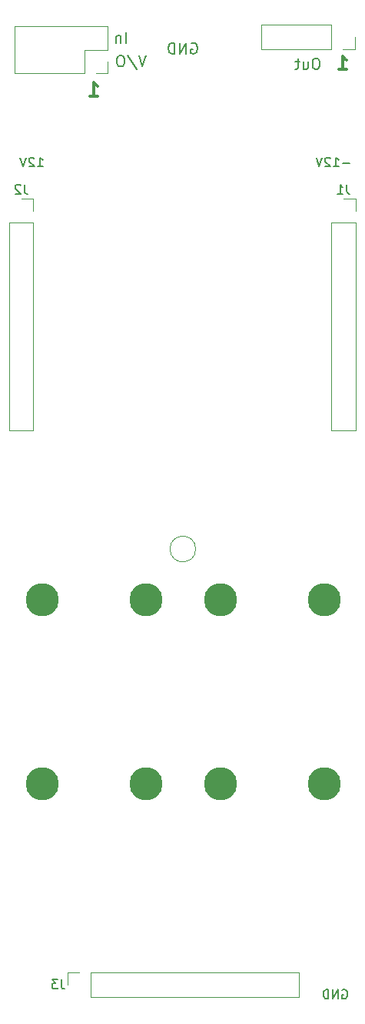
<source format=gbr>
%TF.GenerationSoftware,KiCad,Pcbnew,(6.0.11)*%
%TF.CreationDate,2023-03-01T18:26:33+00:00*%
%TF.ProjectId,Quilter_Controls,5175696c-7465-4725-9f43-6f6e74726f6c,rev?*%
%TF.SameCoordinates,Original*%
%TF.FileFunction,Legend,Bot*%
%TF.FilePolarity,Positive*%
%FSLAX46Y46*%
G04 Gerber Fmt 4.6, Leading zero omitted, Abs format (unit mm)*
G04 Created by KiCad (PCBNEW (6.0.11)) date 2023-03-01 18:26:33*
%MOMM*%
%LPD*%
G01*
G04 APERTURE LIST*
%ADD10C,0.200000*%
%ADD11C,0.300000*%
%ADD12C,0.150000*%
%ADD13C,0.120000*%
%ADD14C,3.650000*%
G04 APERTURE END LIST*
D10*
X85000000Y-46042857D02*
X84771428Y-46042857D01*
X84657142Y-46100000D01*
X84542857Y-46214285D01*
X84485714Y-46442857D01*
X84485714Y-46842857D01*
X84542857Y-47071428D01*
X84657142Y-47185714D01*
X84771428Y-47242857D01*
X85000000Y-47242857D01*
X85114285Y-47185714D01*
X85228571Y-47071428D01*
X85285714Y-46842857D01*
X85285714Y-46442857D01*
X85228571Y-46214285D01*
X85114285Y-46100000D01*
X85000000Y-46042857D01*
X83457142Y-46442857D02*
X83457142Y-47242857D01*
X83971428Y-46442857D02*
X83971428Y-47071428D01*
X83914285Y-47185714D01*
X83800000Y-47242857D01*
X83628571Y-47242857D01*
X83514285Y-47185714D01*
X83457142Y-47128571D01*
X83057142Y-46442857D02*
X82600000Y-46442857D01*
X82885714Y-46042857D02*
X82885714Y-47071428D01*
X82828571Y-47185714D01*
X82714285Y-47242857D01*
X82600000Y-47242857D01*
X71114285Y-44400000D02*
X71228571Y-44342857D01*
X71400000Y-44342857D01*
X71571428Y-44400000D01*
X71685714Y-44514285D01*
X71742857Y-44628571D01*
X71800000Y-44857142D01*
X71800000Y-45028571D01*
X71742857Y-45257142D01*
X71685714Y-45371428D01*
X71571428Y-45485714D01*
X71400000Y-45542857D01*
X71285714Y-45542857D01*
X71114285Y-45485714D01*
X71057142Y-45428571D01*
X71057142Y-45028571D01*
X71285714Y-45028571D01*
X70542857Y-45542857D02*
X70542857Y-44342857D01*
X69857142Y-45542857D01*
X69857142Y-44342857D01*
X69285714Y-45542857D02*
X69285714Y-44342857D01*
X69000000Y-44342857D01*
X68828571Y-44400000D01*
X68714285Y-44514285D01*
X68657142Y-44628571D01*
X68600000Y-44857142D01*
X68600000Y-45028571D01*
X68657142Y-45257142D01*
X68714285Y-45371428D01*
X68828571Y-45485714D01*
X69000000Y-45542857D01*
X69285714Y-45542857D01*
X63942857Y-44342857D02*
X63942857Y-43142857D01*
X63371428Y-43542857D02*
X63371428Y-44342857D01*
X63371428Y-43657142D02*
X63314285Y-43600000D01*
X63200000Y-43542857D01*
X63028571Y-43542857D01*
X62914285Y-43600000D01*
X62857142Y-43714285D01*
X62857142Y-44342857D01*
X87761904Y-148500000D02*
X87857142Y-148452380D01*
X88000000Y-148452380D01*
X88142857Y-148500000D01*
X88238095Y-148595238D01*
X88285714Y-148690476D01*
X88333333Y-148880952D01*
X88333333Y-149023809D01*
X88285714Y-149214285D01*
X88238095Y-149309523D01*
X88142857Y-149404761D01*
X88000000Y-149452380D01*
X87904761Y-149452380D01*
X87761904Y-149404761D01*
X87714285Y-149357142D01*
X87714285Y-149023809D01*
X87904761Y-149023809D01*
X87285714Y-149452380D02*
X87285714Y-148452380D01*
X86714285Y-149452380D01*
X86714285Y-148452380D01*
X86238095Y-149452380D02*
X86238095Y-148452380D01*
X86000000Y-148452380D01*
X85857142Y-148500000D01*
X85761904Y-148595238D01*
X85714285Y-148690476D01*
X85666666Y-148880952D01*
X85666666Y-149023809D01*
X85714285Y-149214285D01*
X85761904Y-149309523D01*
X85857142Y-149404761D01*
X86000000Y-149452380D01*
X86238095Y-149452380D01*
D11*
X59971428Y-50178571D02*
X60828571Y-50178571D01*
X60400000Y-50178571D02*
X60400000Y-48678571D01*
X60542857Y-48892857D01*
X60685714Y-49035714D01*
X60828571Y-49107142D01*
D10*
X54199999Y-57952380D02*
X54771428Y-57952380D01*
X54485713Y-57952380D02*
X54485713Y-56952380D01*
X54580952Y-57095238D01*
X54676190Y-57190476D01*
X54771428Y-57238095D01*
X53819047Y-57047619D02*
X53771428Y-57000000D01*
X53676190Y-56952380D01*
X53438094Y-56952380D01*
X53342856Y-57000000D01*
X53295237Y-57047619D01*
X53247618Y-57142857D01*
X53247618Y-57238095D01*
X53295237Y-57380952D01*
X53866666Y-57952380D01*
X53247618Y-57952380D01*
X52961904Y-56952380D02*
X52628571Y-57952380D01*
X52295237Y-56952380D01*
D11*
X87371428Y-47278571D02*
X88228571Y-47278571D01*
X87800000Y-47278571D02*
X87800000Y-45778571D01*
X87942857Y-45992857D01*
X88085714Y-46135714D01*
X88228571Y-46207142D01*
D10*
X66157142Y-45742857D02*
X65757142Y-46942857D01*
X65357142Y-45742857D01*
X64100000Y-45685714D02*
X65128571Y-47228571D01*
X63471428Y-45742857D02*
X63242857Y-45742857D01*
X63128571Y-45800000D01*
X63014285Y-45914285D01*
X62957142Y-46142857D01*
X62957142Y-46542857D01*
X63014285Y-46771428D01*
X63128571Y-46885714D01*
X63242857Y-46942857D01*
X63471428Y-46942857D01*
X63585714Y-46885714D01*
X63700000Y-46771428D01*
X63757142Y-46542857D01*
X63757142Y-46142857D01*
X63700000Y-45914285D01*
X63585714Y-45800000D01*
X63471428Y-45742857D01*
X88561904Y-57571428D02*
X87800000Y-57571428D01*
X86800000Y-57952380D02*
X87371428Y-57952380D01*
X87085714Y-57952380D02*
X87085714Y-56952380D01*
X87180952Y-57095238D01*
X87276190Y-57190476D01*
X87371428Y-57238095D01*
X86419047Y-57047619D02*
X86371428Y-57000000D01*
X86276190Y-56952380D01*
X86038095Y-56952380D01*
X85942857Y-57000000D01*
X85895238Y-57047619D01*
X85847619Y-57142857D01*
X85847619Y-57238095D01*
X85895238Y-57380952D01*
X86466666Y-57952380D01*
X85847619Y-57952380D01*
X85561904Y-56952380D02*
X85228571Y-57952380D01*
X84895238Y-56952380D01*
D12*
%TO.C,J3*%
X56803333Y-147352380D02*
X56803333Y-148066666D01*
X56850952Y-148209523D01*
X56946190Y-148304761D01*
X57089047Y-148352380D01*
X57184285Y-148352380D01*
X56422380Y-147352380D02*
X55803333Y-147352380D01*
X56136666Y-147733333D01*
X55993809Y-147733333D01*
X55898571Y-147780952D01*
X55850952Y-147828571D01*
X55803333Y-147923809D01*
X55803333Y-148161904D01*
X55850952Y-148257142D01*
X55898571Y-148304761D01*
X55993809Y-148352380D01*
X56279523Y-148352380D01*
X56374761Y-148304761D01*
X56422380Y-148257142D01*
%TO.C,J1*%
X88233333Y-59922380D02*
X88233333Y-60636666D01*
X88280952Y-60779523D01*
X88376190Y-60874761D01*
X88519047Y-60922380D01*
X88614285Y-60922380D01*
X87233333Y-60922380D02*
X87804761Y-60922380D01*
X87519047Y-60922380D02*
X87519047Y-59922380D01*
X87614285Y-60065238D01*
X87709523Y-60160476D01*
X87804761Y-60208095D01*
%TO.C,J2*%
X52733333Y-59922380D02*
X52733333Y-60636666D01*
X52780952Y-60779523D01*
X52876190Y-60874761D01*
X53019047Y-60922380D01*
X53114285Y-60922380D01*
X52304761Y-60017619D02*
X52257142Y-59970000D01*
X52161904Y-59922380D01*
X51923809Y-59922380D01*
X51828571Y-59970000D01*
X51780952Y-60017619D01*
X51733333Y-60112857D01*
X51733333Y-60208095D01*
X51780952Y-60350952D01*
X52352380Y-60922380D01*
X51733333Y-60922380D01*
D13*
%TO.C,J3*%
X58800000Y-146570000D02*
X57470000Y-146570000D01*
X57470000Y-146570000D02*
X57470000Y-147900000D01*
X60070000Y-149230000D02*
X82990000Y-149230000D01*
X82990000Y-146570000D02*
X82990000Y-149230000D01*
X60070000Y-146570000D02*
X60070000Y-149230000D01*
X60070000Y-146570000D02*
X82990000Y-146570000D01*
%TO.C,J1*%
X89230000Y-61470000D02*
X87900000Y-61470000D01*
X86570000Y-64070000D02*
X86570000Y-86990000D01*
X89230000Y-64070000D02*
X86570000Y-64070000D01*
X89230000Y-64070000D02*
X89230000Y-86990000D01*
X89230000Y-62800000D02*
X89230000Y-61470000D01*
X89230000Y-86990000D02*
X86570000Y-86990000D01*
%TO.C,J2*%
X53730000Y-61470000D02*
X52400000Y-61470000D01*
X53730000Y-64070000D02*
X53730000Y-86990000D01*
X53730000Y-64070000D02*
X51070000Y-64070000D01*
X53730000Y-86990000D02*
X51070000Y-86990000D01*
X51070000Y-64070000D02*
X51070000Y-86990000D01*
X53730000Y-62800000D02*
X53730000Y-61470000D01*
%TO.C,J9*%
X61930000Y-42505000D02*
X51650000Y-42505000D01*
X61930000Y-45105000D02*
X61930000Y-42505000D01*
X61930000Y-47705000D02*
X61930000Y-46375000D01*
X51650000Y-47705000D02*
X51650000Y-42505000D01*
X60600000Y-47705000D02*
X61930000Y-47705000D01*
X59330000Y-47705000D02*
X51650000Y-47705000D01*
X59330000Y-47705000D02*
X59330000Y-45105000D01*
X59330000Y-45105000D02*
X61930000Y-45105000D01*
%TO.C,D1*%
X71614214Y-100000000D02*
G75*
G03*
X71614214Y-100000000I-1414214J0D01*
G01*
%TO.C,J10*%
X78850000Y-45030000D02*
X78850000Y-42370000D01*
X86530000Y-45030000D02*
X86530000Y-42370000D01*
X86530000Y-45030000D02*
X78850000Y-45030000D01*
X89130000Y-45030000D02*
X89130000Y-43700000D01*
X86530000Y-42370000D02*
X78850000Y-42370000D01*
X87800000Y-45030000D02*
X89130000Y-45030000D01*
%TD*%
D14*
%TO.C,J4*%
X85760000Y-105600000D03*
X74330000Y-105600000D03*
%TD*%
%TO.C,J5*%
X74330000Y-125800000D03*
X85760000Y-125800000D03*
%TD*%
%TO.C,J8*%
X66160000Y-125800000D03*
X54730000Y-125800000D03*
%TD*%
%TO.C,J7*%
X54730000Y-105600000D03*
X66160000Y-105600000D03*
%TD*%
M02*

</source>
